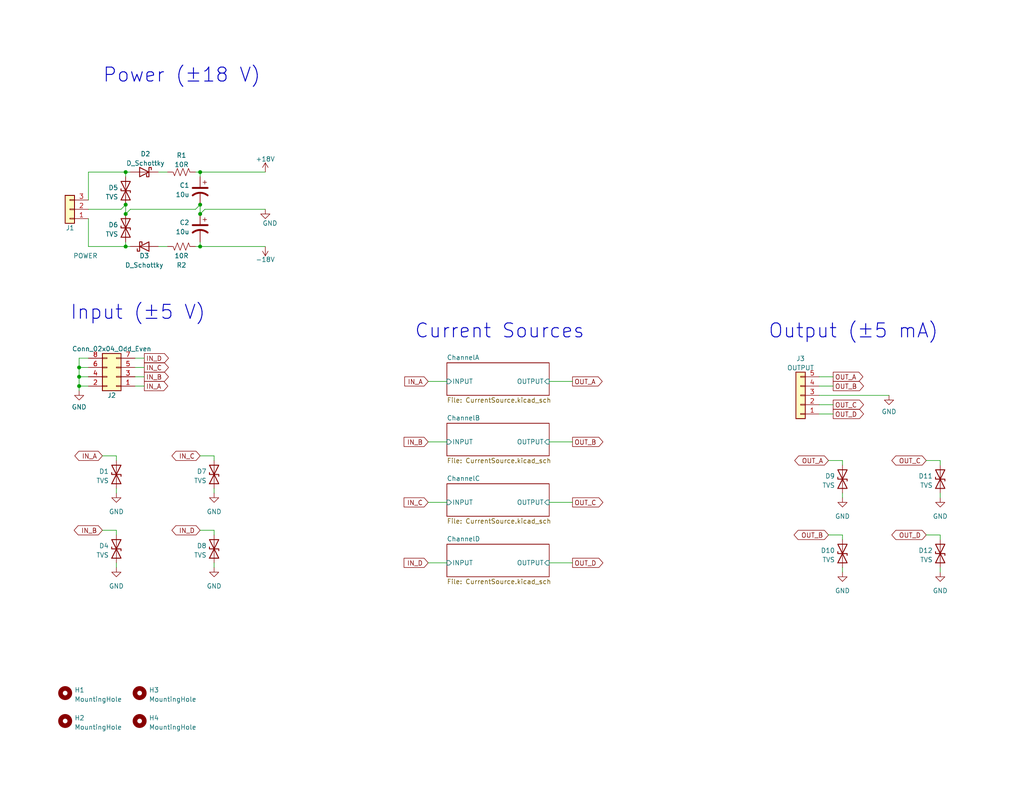
<source format=kicad_sch>
(kicad_sch (version 20211123) (generator eeschema)
  (paper "USLetter")
  (title_block (title "1 mA/V Quad VCCS") (date "2022-11-29") (rev "1") (company "MAGI"))
  (lib_symbols
    (symbol "Connector_Generic:Conn_01x03" (pin_names (offset 1.016) hide)
      (property "Reference" "J" (at 0 5.08 0))
      (property "Value" "Conn_01x03" (at 0 -5.08 0))
      (symbol "Conn_01x03_1_1"
        (rectangle (start -1.27 -2.413) (end 0 -2.667) (stroke (width 0.1524)))
        (rectangle (start -1.27 0.127) (end 0 -0.127) (stroke (width 0.1524)))
        (rectangle (start -1.27 2.667) (end 0 2.413) (stroke (width 0.1524)))
        (rectangle (start -1.27 3.81) (end 1.27 -3.81) (stroke (width 0.254)) (fill (type background)))
        (pin passive line (at -5.08 2.54 0) (length 3.81) (name "Pin_1") (number "1"))
        (pin passive line (at -5.08 0 0) (length 3.81) (name "Pin_2") (number "2"))
        (pin passive line (at -5.08 -2.54 0) (length 3.81) (name "Pin_3") (number "3"))
      )
    )
    (symbol "Connector_Generic:Conn_01x05" (pin_names (offset 1.016) hide)
      (property "Reference" "J" (at 0 7.62 0))
      (property "Value" "Conn_01x05" (at 0 -7.62 0))
      (symbol "Conn_01x05_1_1"
        (rectangle (start -1.27 -4.953) (end 0 -5.207) (stroke (width 0.1524)))
        (rectangle (start -1.27 -2.413) (end 0 -2.667) (stroke (width 0.1524)))
        (rectangle (start -1.27 0.127) (end 0 -0.127) (stroke (width 0.1524)))
        (rectangle (start -1.27 2.667) (end 0 2.413) (stroke (width 0.1524)))
        (rectangle (start -1.27 5.207) (end 0 4.953) (stroke (width 0.1524)))
        (rectangle (start -1.27 6.35) (end 1.27 -6.35) (stroke (width 0.254)) (fill (type background)))
        (pin passive line (at -5.08 5.08 0) (length 3.81) (name "Pin_1") (number "1"))
        (pin passive line (at -5.08 2.54 0) (length 3.81) (name "Pin_2") (number "2"))
        (pin passive line (at -5.08 0 0) (length 3.81) (name "Pin_3") (number "3"))
        (pin passive line (at -5.08 -2.54 0) (length 3.81) (name "Pin_4") (number "4"))
        (pin passive line (at -5.08 -5.08 0) (length 3.81) (name "Pin_5") (number "5"))
      )
    )
    (symbol "Connector_Generic:Conn_02x04_Odd_Even" (pin_names (offset 1.016) hide)
      (property "Reference" "J" (at 1.27 5.08 0))
      (property "Value" "Conn_02x04_Odd_Even" (at 1.27 -7.62 0))
      (symbol "Conn_02x04_Odd_Even_1_1"
        (rectangle (start -1.27 -4.953) (end 0 -5.207) (stroke (width 0.1524)))
        (rectangle (start -1.27 -2.413) (end 0 -2.667) (stroke (width 0.1524)))
        (rectangle (start -1.27 0.127) (end 0 -0.127) (stroke (width 0.1524)))
        (rectangle (start -1.27 2.667) (end 0 2.413) (stroke (width 0.1524)))
        (rectangle (start -1.27 3.81) (end 3.81 -6.35) (stroke (width 0.254)) (fill (type background)))
        (rectangle (start 3.81 -4.953) (end 2.54 -5.207) (stroke (width 0.1524)))
        (rectangle (start 3.81 -2.413) (end 2.54 -2.667) (stroke (width 0.1524)))
        (rectangle (start 3.81 0.127) (end 2.54 -0.127) (stroke (width 0.1524)))
        (rectangle (start 3.81 2.667) (end 2.54 2.413) (stroke (width 0.1524)))
        (pin passive line (at -5.08 2.54 0) (length 3.81) (name "Pin_1") (number "1"))
        (pin passive line (at 7.62 2.54 180) (length 3.81) (name "Pin_2") (number "2"))
        (pin passive line (at -5.08 0 0) (length 3.81) (name "Pin_3") (number "3"))
        (pin passive line (at 7.62 0 180) (length 3.81) (name "Pin_4") (number "4"))
        (pin passive line (at -5.08 -2.54 0) (length 3.81) (name "Pin_5") (number "5"))
        (pin passive line (at 7.62 -2.54 180) (length 3.81) (name "Pin_6") (number "6"))
        (pin passive line (at -5.08 -5.08 0) (length 3.81) (name "Pin_7") (number "7"))
        (pin passive line (at 7.62 -5.08 180) (length 3.81) (name "Pin_8") (number "8"))
      )
    )
    (symbol "Device:C_Polarized_US" (pin_numbers hide) (pin_names (offset 0.254) hide)
      (property "Reference" "C" (at 0.635 2.54 0))
      (property "Value" "C_Polarized_US" (at 0.635 -2.54 0))
      (symbol "C_Polarized_US_0_1"
        (polyline (pts (xy -2.032 0.762) (xy 2.032 0.762)) (stroke (width 0.508)))
        (polyline (pts (xy -1.778 2.286) (xy -0.762 2.286)))
        (polyline (pts (xy -1.27 1.778) (xy -1.27 2.794)))
        (arc (start 2.032 -1.27) (mid 0 -0.5572) (end -2.032 -1.27) (stroke (width 0.508)))
      )
      (symbol "C_Polarized_US_1_1"
        (pin passive line (at 0 3.81 270) (length 2.794) (name "~") (number "1"))
        (pin passive line (at 0 -3.81 90) (length 3.302) (name "~") (number "2"))
      )
    )
    (symbol "Device:D_Schottky" (pin_numbers hide) (pin_names (offset 1.016) hide)
      (property "Reference" "D" (at 0 2.54 0))
      (property "Value" "D_Schottky" (at 0 -2.54 0))
      (symbol "D_Schottky_0_1"
        (polyline (pts (xy 1.27 0) (xy -1.27 0)))
        (polyline (pts (xy 1.27 1.27) (xy 1.27 -1.27) (xy -1.27 0) (xy 1.27 1.27)) (stroke (width 0.254)))
        (polyline (pts (xy -1.905 0.635) (xy -1.905 1.27) (xy -1.27 1.27) (xy -1.27 -1.27) (xy -0.635 -1.27) (xy -0.635 -0.635)) (stroke (width 0.254)))
      )
      (symbol "D_Schottky_1_1"
        (pin passive line (at -3.81 0 0) (length 2.54) (name "K") (number "1"))
        (pin passive line (at 3.81 0 180) (length 2.54) (name "A") (number "2"))
      )
    )
    (symbol "Device:D_TVS" (pin_numbers hide) (pin_names (offset 1.016) hide)
      (property "Reference" "D" (at 0 2.54 0))
      (property "Value" "D_TVS" (at 0 -2.54 0))
      (symbol "D_TVS_0_1"
        (polyline (pts (xy 1.27 0) (xy -1.27 0)))
        (polyline (pts (xy 0.508 1.27) (xy 0 1.27) (xy 0 -1.27) (xy -0.508 -1.27)) (stroke (width 0.254)))
        (polyline (pts (xy -2.54 1.27) (xy -2.54 -1.27) (xy 2.54 1.27) (xy 2.54 -1.27) (xy -2.54 1.27)) (stroke (width 0.254)))
      )
      (symbol "D_TVS_1_1"
        (pin passive line (at -3.81 0 0) (length 2.54) (name "A1") (number "1"))
        (pin passive line (at 3.81 0 180) (length 2.54) (name "A2") (number "2"))
      )
    )
    (symbol "Device:R_US" (pin_numbers hide) (pin_names (offset 0))
      (property "Reference" "R" (at 2.54 0 90))
      (property "Value" "R_US" (at -2.54 0 90))
      (symbol "R_US_0_1"
        (polyline (pts (xy 0 -2.286) (xy 0 -2.54)))
        (polyline (pts (xy 0 2.286) (xy 0 2.54)))
        (polyline (pts (xy 0 -0.762) (xy 1.016 -1.143) (xy 0 -1.524) (xy -1.016 -1.905) (xy 0 -2.286)))
        (polyline (pts (xy 0 0.762) (xy 1.016 0.381) (xy 0 0) (xy -1.016 -0.381) (xy 0 -0.762)))
        (polyline (pts (xy 0 2.286) (xy 1.016 1.905) (xy 0 1.524) (xy -1.016 1.143) (xy 0 0.762)))
      )
      (symbol "R_US_1_1"
        (pin passive line (at 0 3.81 270) (length 1.27) (name "~") (number "1"))
        (pin passive line (at 0 -3.81 90) (length 1.27) (name "~") (number "2"))
      )
    )
    (symbol "Mechanical:MountingHole" (pin_names (offset 1.016))
      (property "Reference" "H" (at 0 5.08 0))
      (property "Value" "MountingHole" (at 0 3.175 0))
      (symbol "MountingHole_0_1"
        (circle (center 0 0) (radius 1.27) (stroke (width 1.27)))
      )
    )
    (symbol "power:GND" (power) (pin_names (offset 0))
      (property "Value" "GND" (at 0 -3.81 0))
      (symbol "GND_0_1"
        (polyline (pts (xy 0 0) (xy 0 -1.27) (xy 1.27 -1.27) (xy 0 -2.54) (xy -1.27 -1.27) (xy 0 -1.27)))
      )
      (symbol "GND_1_1"
        (pin power_in line (at 0 0 270) (length 0) hide (name "GND") (number "1"))
      )
    )
    (symbol "project_library:+18V" (power) (pin_names (offset 0))
      (property "Value" "+18V" (at 0 3.556 0))
      (symbol "+18V_0_1"
        (polyline (pts (xy -0.762 1.27) (xy 0 2.54)))
        (polyline (pts (xy 0 0) (xy 0 2.54)))
        (polyline (pts (xy 0 2.54) (xy 0.762 1.27)))
      )
      (symbol "+18V_1_1"
        (pin power_in line (at 0 0 90) (length 0) hide (name "+18V") (number "1"))
      )
    )
    (symbol "project_library:-18V" (power) (pin_names (offset 0))
      (property "Value" "-18V" (at 0 3.556 0))
      (symbol "-18V_0_1"
        (polyline (pts (xy -0.762 1.27) (xy 0 2.54)))
        (polyline (pts (xy 0 0) (xy 0 2.54)))
        (polyline (pts (xy 0 2.54) (xy 0.762 1.27)))
      )
      (symbol "-18V_1_1"
        (pin power_in line (at 0 0 90) (length 0) hide (name "-18V") (number "1"))
      )
    )
  )
  (junction (at 54.61 67.31))
  (junction (at 54.61 58.42))
  (junction (at 34.29 58.42))
  (junction (at 21.59 100.33))
  (junction (at 21.59 102.87))
  (junction (at 54.61 55.88))
  (junction (at 34.29 46.99))
  (junction (at 21.59 105.41))
  (junction (at 34.29 67.31))
  (junction (at 34.29 55.88))
  (junction (at 54.61 46.99))
  (wire (pts (xy 24.13 59.69) (xy 24.13 67.31)))
  (wire (pts (xy 229.87 135.89) (xy 229.87 134.62)))
  (wire (pts (xy 58.42 154.94) (xy 58.42 153.67)))
  (wire (pts (xy 223.52 110.49) (xy 227.33 110.49)))
  (wire (pts (xy 223.52 113.03) (xy 227.33 113.03)))
  (wire (pts (xy 21.59 105.41) (xy 21.59 106.68)))
  (wire (pts (xy 116.84 120.65) (xy 121.92 120.65)))
  (wire (pts (xy 53.34 67.31) (xy 54.61 67.31)))
  (wire (pts (xy 43.18 46.99) (xy 45.72 46.99)))
  (wire (pts (xy 54.61 144.78) (xy 58.42 144.78)))
  (wire (pts (xy 256.54 125.73) (xy 256.54 127)))
  (wire (pts (xy 55.88 57.15) (xy 72.39 57.15)))
  (wire (pts (xy 34.29 66.04) (xy 34.29 67.31)))
  (wire (pts (xy 24.13 102.87) (xy 21.59 102.87)))
  (wire (pts (xy 54.61 55.88) (xy 54.61 58.42)))
  (wire (pts (xy 34.29 46.99) (xy 34.29 48.26)))
  (wire (pts (xy 116.84 137.16) (xy 121.92 137.16)))
  (wire (pts (xy 223.52 107.95) (xy 242.57 107.95)))
  (wire (pts (xy 149.86 137.16) (xy 156.21 137.16)))
  (wire (pts (xy 35.56 57.15) (xy 53.34 57.15)))
  (wire (pts (xy 226.06 125.73) (xy 229.87 125.73)))
  (wire (pts (xy 31.75 134.62) (xy 31.75 133.35)))
  (wire (pts (xy 36.83 97.79) (xy 39.37 97.79)))
  (wire (pts (xy 21.59 100.33) (xy 21.59 102.87)))
  (wire (pts (xy 223.52 105.41) (xy 227.33 105.41)))
  (wire (pts (xy 223.52 102.87) (xy 227.33 102.87)))
  (wire (pts (xy 43.18 67.31) (xy 45.72 67.31)))
  (wire (pts (xy 35.56 46.99) (xy 34.29 46.99)))
  (wire (pts (xy 24.13 67.31) (xy 34.29 67.31)))
  (wire (pts (xy 24.13 100.33) (xy 21.59 100.33)))
  (wire (pts (xy 54.61 67.31) (xy 54.61 66.04)))
  (wire (pts (xy 229.87 156.21) (xy 229.87 154.94)))
  (wire (pts (xy 252.73 146.05) (xy 256.54 146.05)))
  (wire (pts (xy 229.87 125.73) (xy 229.87 127)))
  (wire (pts (xy 149.86 120.65) (xy 156.21 120.65)))
  (wire (pts (xy 39.37 105.41) (xy 36.83 105.41)))
  (wire (pts (xy 31.75 144.78) (xy 31.75 146.05)))
  (wire (pts (xy 27.94 124.46) (xy 31.75 124.46)))
  (wire (pts (xy 24.13 105.41) (xy 21.59 105.41)))
  (wire (pts (xy 33.02 57.15) (xy 34.29 55.88)))
  (wire (pts (xy 24.13 57.15) (xy 33.02 57.15)))
  (wire (pts (xy 58.42 144.78) (xy 58.42 146.05)))
  (wire (pts (xy 24.13 46.99) (xy 34.29 46.99)))
  (wire (pts (xy 36.83 102.87) (xy 39.37 102.87)))
  (wire (pts (xy 27.94 144.78) (xy 31.75 144.78)))
  (wire (pts (xy 149.86 153.67) (xy 156.21 153.67)))
  (wire (pts (xy 229.87 146.05) (xy 229.87 147.32)))
  (wire (pts (xy 35.56 67.31) (xy 34.29 67.31)))
  (wire (pts (xy 116.84 104.14) (xy 121.92 104.14)))
  (wire (pts (xy 256.54 156.21) (xy 256.54 154.94)))
  (wire (pts (xy 24.13 54.61) (xy 24.13 46.99)))
  (wire (pts (xy 54.61 58.42) (xy 55.88 57.15)))
  (wire (pts (xy 53.34 57.15) (xy 54.61 55.88)))
  (wire (pts (xy 54.61 46.99) (xy 54.61 48.26)))
  (wire (pts (xy 34.29 58.42) (xy 35.56 57.15)))
  (wire (pts (xy 256.54 146.05) (xy 256.54 147.32)))
  (wire (pts (xy 226.06 146.05) (xy 229.87 146.05)))
  (wire (pts (xy 31.75 124.46) (xy 31.75 125.73)))
  (wire (pts (xy 21.59 97.79) (xy 21.59 100.33)))
  (wire (pts (xy 72.39 46.99) (xy 54.61 46.99)))
  (wire (pts (xy 72.39 67.31) (xy 54.61 67.31)))
  (wire (pts (xy 256.54 135.89) (xy 256.54 134.62)))
  (wire (pts (xy 21.59 102.87) (xy 21.59 105.41)))
  (wire (pts (xy 31.75 154.94) (xy 31.75 153.67)))
  (wire (pts (xy 54.61 124.46) (xy 58.42 124.46)))
  (wire (pts (xy 53.34 46.99) (xy 54.61 46.99)))
  (wire (pts (xy 34.29 55.88) (xy 34.29 58.42)))
  (wire (pts (xy 116.84 153.67) (xy 121.92 153.67)))
  (wire (pts (xy 39.37 100.33) (xy 36.83 100.33)))
  (wire (pts (xy 252.73 125.73) (xy 256.54 125.73)))
  (wire (pts (xy 58.42 124.46) (xy 58.42 125.73)))
  (wire (pts (xy 58.42 134.62) (xy 58.42 133.35)))
  (wire (pts (xy 24.13 97.79) (xy 21.59 97.79)))
  (wire (pts (xy 149.86 104.14) (xy 156.21 104.14)))
  (text "Output (±5 mA)" (at 209.55 92.71 0) (effects (font (size 3.81 3.81) (thickness 0.254) bold) (justify left bottom)))
  (text "Input (±5 V)" (at 19.05 87.63 0) (effects (font (size 3.81 3.81) (thickness 0.254) bold) (justify left bottom)))
  (text "Current Sources" (at 113.03 92.71 0) (effects (font (size 3.81 3.81) (thickness 0.254) bold) (justify left bottom)))
  (text "Power (±18 V)" (at 27.94 22.86 0) (effects (font (size 3.81 3.81) (thickness 0.254) bold) (justify left bottom)))
  (global_label "IN_B" (shape output) (at 39.37 102.87 0) (property "Intersheet References" "${INTERSHEET_REFS}" (effects hide)))
  (global_label "OUT_B" (shape output) (at 156.21 120.65 0) (property "Intersheet References" "${INTERSHEET_REFS}" (effects hide)))
  (global_label "IN_C" (shape bidirectional) (at 54.61 124.46 180) (property "Intersheet References" "${INTERSHEET_REFS}" (effects hide)))
  (global_label "IN_C" (shape input) (at 116.84 137.16 180) (property "Intersheet References" "${INTERSHEET_REFS}" (effects hide)))
  (global_label "IN_D" (shape bidirectional) (at 54.61 144.78 180) (property "Intersheet References" "${INTERSHEET_REFS}" (effects hide)))
  (global_label "OUT_C" (shape bidirectional) (at 252.73 125.73 180) (property "Intersheet References" "${INTERSHEET_REFS}" (effects hide)))
  (global_label "IN_D" (shape input) (at 116.84 153.67 180) (property "Intersheet References" "${INTERSHEET_REFS}" (effects hide)))
  (global_label "OUT_C" (shape output) (at 227.33 110.49 0) (property "Intersheet References" "${INTERSHEET_REFS}" (effects hide)))
  (global_label "IN_B" (shape bidirectional) (at 27.94 144.78 180) (property "Intersheet References" "${INTERSHEET_REFS}" (effects hide)))
  (global_label "IN_C" (shape output) (at 39.37 100.33 0) (property "Intersheet References" "${INTERSHEET_REFS}" (effects hide)))
  (global_label "OUT_A" (shape output) (at 156.21 104.14 0) (property "Intersheet References" "${INTERSHEET_REFS}" (effects hide)))
  (global_label "OUT_B" (shape bidirectional) (at 226.06 146.05 180) (property "Intersheet References" "${INTERSHEET_REFS}" (effects hide)))
  (global_label "IN_A" (shape input) (at 116.84 104.14 180) (property "Intersheet References" "${INTERSHEET_REFS}" (effects hide)))
  (global_label "IN_A" (shape bidirectional) (at 27.94 124.46 180) (property "Intersheet References" "${INTERSHEET_REFS}" (effects hide)))
  (global_label "OUT_D" (shape output) (at 227.33 113.03 0) (property "Intersheet References" "${INTERSHEET_REFS}" (effects hide)))
  (global_label "OUT_A" (shape bidirectional) (at 226.06 125.73 180) (property "Intersheet References" "${INTERSHEET_REFS}" (effects hide)))
  (global_label "OUT_C" (shape output) (at 156.21 137.16 0) (property "Intersheet References" "${INTERSHEET_REFS}" (effects hide)))
  (global_label "IN_A" (shape output) (at 39.37 105.41 0) (property "Intersheet References" "${INTERSHEET_REFS}" (effects hide)))
  (global_label "IN_D" (shape output) (at 39.37 97.79 0) (property "Intersheet References" "${INTERSHEET_REFS}" (effects hide)))
  (global_label "OUT_D" (shape output) (at 156.21 153.67 0) (property "Intersheet References" "${INTERSHEET_REFS}" (effects hide)))
  (global_label "OUT_D" (shape bidirectional) (at 252.73 146.05 180) (property "Intersheet References" "${INTERSHEET_REFS}" (effects hide)))
  (global_label "OUT_A" (shape output) (at 227.33 102.87 0) (property "Intersheet References" "${INTERSHEET_REFS}" (effects hide)))
  (global_label "IN_B" (shape input) (at 116.84 120.65 180) (property "Intersheet References" "${INTERSHEET_REFS}" (effects hide)))
  (global_label "OUT_B" (shape output) (at 227.33 105.41 0) (property "Intersheet References" "${INTERSHEET_REFS}" (effects hide)))
  (symbol (lib_id "Device:D_TVS") (at 256.54 151.13 90) (unit 1)
    (property "Reference" "D12" (at 254.5081 150.2953 90) (effects (justify left)))
    (property "Value" "TVS" (at 254.5081 152.8322 90) (effects (justify left)))
    (property "Footprint" "Diode_SMD:D_SOD-123" (effects hide))
    (property "PN" "SMF18CA" (effects hide))
  )
  (symbol (lib_id "power:GND") (at 256.54 135.89 0) (unit 1)
    (property "Reference" "#PWR011" (effects hide))
    (property "Value" "GND" (at 256.54 140.97 0))
  )
  (symbol (lib_id "Device:D_TVS") (at 31.75 129.54 90) (unit 1)
    (property "Reference" "D1" (at 29.7181 128.7053 90) (effects (justify left)))
    (property "Value" "TVS" (at 29.7181 131.2422 90) (effects (justify left)))
    (property "Footprint" "Diode_SMD:D_SOD-123" (effects hide))
    (property "PN" "SMF18CA" (effects hide))
  )
  (symbol (lib_id "Device:D_TVS") (at 256.54 130.81 90) (unit 1)
    (property "Reference" "D11" (at 254.5081 129.9753 90) (effects (justify left)))
    (property "Value" "TVS" (at 254.5081 132.5122 90) (effects (justify left)))
    (property "Footprint" "Diode_SMD:D_SOD-123" (effects hide))
    (property "PN" "SMF18CA" (effects hide))
  )
  (symbol (lib_id "power:GND") (at 31.75 154.94 0) (unit 1)
    (property "Reference" "#PWR06" (effects hide))
    (property "Value" "GND" (at 31.75 160.02 0))
  )
  (symbol (lib_id "Mechanical:MountingHole") (at 17.78 196.85 0) (unit 1)
    (property "Reference" "H2" (at 20.32 196.0153 0) (effects (justify left)))
    (property "Value" "MountingHole" (at 20.32 198.5522 0) (effects (justify left)))
    (property "Footprint" "MountingHole:MountingHole_3.2mm_M3_ISO7380" (effects hide))
  )
  (symbol (lib_id "power:GND") (at 72.39 57.15 0) (mirror y) (unit 1)
    (property "Reference" "#PWR04" (effects hide))
    (property "Value" "GND" (at 73.66 60.96 0))
  )
  (symbol (lib_id "Connector_Generic:Conn_01x05") (at 218.44 107.95 180) (unit 1)
    (property "Reference" "J3" (at 218.44 97.9002 0))
    (property "Value" "OUTPUT" (at 218.44 100.4371 0))
    (property "Footprint" "Connector_PinHeader_2.54mm:PinHeader_1x05_P2.54mm_Horizontal" (effects hide))
  )
  (symbol (lib_id "power:GND") (at 58.42 134.62 0) (unit 1)
    (property "Reference" "#PWR07" (effects hide))
    (property "Value" "GND" (at 58.42 139.7 0))
  )
  (symbol (lib_id "Connector_Generic:Conn_01x03") (at 19.05 57.15 180) (unit 1)
    (property "Reference" "J1" (at 20.32 62.23 0) (effects (justify left)))
    (property "Value" "POWER" (at 26.67 69.85 0) (effects (justify left)))
    (property "Footprint" "Connector_PinHeader_2.54mm:PinHeader_1x03_P2.54mm_Horizontal" (effects hide))
  )
  (symbol (lib_id "Mechanical:MountingHole") (at 38.1 196.85 0) (unit 1)
    (property "Reference" "H4" (at 40.64 196.0153 0) (effects (justify left)))
    (property "Value" "MountingHole" (at 40.64 198.5522 0) (effects (justify left)))
    (property "Footprint" "MountingHole:MountingHole_3.2mm_M3_ISO7380" (effects hide))
  )
  (symbol (lib_id "Device:C_Polarized_US") (at 54.61 62.23 0) (mirror y) (unit 1)
    (property "Reference" "C2" (at 51.689 60.7603 0) (effects (justify left)))
    (property "Value" "10u" (at 51.689 63.2972 0) (effects (justify left)))
    (property "Footprint" "Capacitor_SMD:CP_Elec_6.3x5.9" (effects hide))
    (property "PN" "50SVPF10M" (effects hide))
  )
  (symbol (lib_id "Device:D_TVS") (at 58.42 149.86 90) (unit 1)
    (property "Reference" "D8" (at 56.3881 149.0253 90) (effects (justify left)))
    (property "Value" "TVS" (at 56.3881 151.5622 90) (effects (justify left)))
    (property "Footprint" "Diode_SMD:D_SOD-123" (effects hide))
    (property "PN" "SMF18CA" (effects hide))
  )
  (symbol (lib_id "Mechanical:MountingHole") (at 38.1 189.23 0) (unit 1)
    (property "Reference" "H3" (at 40.64 188.3953 0) (effects (justify left)))
    (property "Value" "MountingHole" (at 40.64 190.9322 0) (effects (justify left)))
    (property "Footprint" "MountingHole:MountingHole_3.2mm_M3_ISO7380" (effects hide))
  )
  (symbol (lib_id "power:GND") (at 31.75 134.62 0) (unit 1)
    (property "Reference" "#PWR02" (effects hide))
    (property "Value" "GND" (at 31.75 139.7 0))
  )
  (symbol (lib_id "power:GND") (at 242.57 107.95 0) (unit 1)
    (property "Reference" "#PWR043" (effects hide))
    (property "Value" "GND" (at 242.57 112.3934 0))
  )
  (symbol (lib_id "Device:R_US") (at 49.53 67.31 270) (mirror x) (unit 1)
    (property "Reference" "R2" (at 49.53 72.39 90))
    (property "Value" "10R" (at 49.53 69.85 90))
    (property "Footprint" "Library:wirewound_inrush_fp" (effects hide))
    (property "PN" "SMW310RJT" (effects hide))
  )
  (symbol (lib_id "Mechanical:MountingHole") (at 17.78 189.23 0) (unit 1)
    (property "Reference" "H1" (at 20.32 188.3953 0) (effects (justify left)))
    (property "Value" "MountingHole" (at 20.32 190.9322 0) (effects (justify left)))
    (property "Footprint" "MountingHole:MountingHole_3.2mm_M3_ISO7380" (effects hide))
  )
  (symbol (lib_id "Device:D_TVS") (at 31.75 149.86 90) (unit 1)
    (property "Reference" "D4" (at 29.7181 149.0253 90) (effects (justify left)))
    (property "Value" "TVS" (at 29.7181 151.5622 90) (effects (justify left)))
    (property "Footprint" "Diode_SMD:D_SOD-123" (effects hide))
    (property "PN" "SMF18CA" (effects hide))
  )
  (symbol (lib_id "Device:R_US") (at 49.53 46.99 270) (mirror x) (unit 1)
    (property "Reference" "R1" (at 49.53 42.4012 90))
    (property "Value" "10R" (at 49.53 44.9381 90))
    (property "Footprint" "Library:wirewound_inrush_fp" (effects hide))
    (property "PN" "SMW310RJT" (effects hide))
  )
  (symbol (lib_id "Device:D_TVS") (at 34.29 52.07 90) (unit 1)
    (property "Reference" "D5" (at 32.2581 51.2353 90) (effects (justify left)))
    (property "Value" "TVS" (at 32.2581 53.7722 90) (effects (justify left)))
    (property "Footprint" "Diode_SMD:D_SOD-123" (effects hide))
    (property "PN" "SMF18CA" (effects hide))
  )
  (symbol (lib_id "Device:D_TVS") (at 229.87 130.81 90) (unit 1)
    (property "Reference" "D9" (at 227.8381 129.9753 90) (effects (justify left)))
    (property "Value" "TVS" (at 227.8381 132.5122 90) (effects (justify left)))
    (property "Footprint" "Diode_SMD:D_SOD-123" (effects hide))
    (property "PN" "SMF18CA" (effects hide))
  )
  (symbol (lib_id "Connector_Generic:Conn_02x04_Odd_Even") (at 31.75 102.87 180) (unit 1)
    (property "Reference" "J2" (at 30.48 107.95 0))
    (property "Value" "Conn_02x04_Odd_Even" (at 30.48 95.25 0))
    (property "Footprint" "Connector_PinHeader_2.54mm:PinHeader_2x04_P2.54mm_Horizontal" (effects hide))
  )
  (symbol (lib_id "Device:C_Polarized_US") (at 54.61 52.07 0) (mirror y) (unit 1)
    (property "Reference" "C1" (at 51.689 50.6003 0) (effects (justify left)))
    (property "Value" "10u" (at 51.689 53.1372 0) (effects (justify left)))
    (property "Footprint" "Capacitor_SMD:CP_Elec_6.3x5.9" (effects hide))
    (property "PN" "50SVPF10M" (effects hide))
  )
  (symbol (lib_id "project_library:-18V") (at 72.39 67.31 0) (mirror x) (unit 1)
    (property "Reference" "#PWR0102" (effects hide))
    (property "Value" "-18V" (at 72.39 70.866 0))
  )
  (symbol (lib_id "power:GND") (at 21.59 106.68 0) (unit 1)
    (property "Reference" "#PWR01" (effects hide))
    (property "Value" "GND" (at 21.59 111.1234 0))
  )
  (symbol (lib_id "power:GND") (at 58.42 154.94 0) (unit 1)
    (property "Reference" "#PWR08" (effects hide))
    (property "Value" "GND" (at 58.42 160.02 0))
  )
  (symbol (lib_id "Device:D_TVS") (at 34.29 62.23 90) (unit 1)
    (property "Reference" "D6" (at 32.2581 61.3953 90) (effects (justify left)))
    (property "Value" "TVS" (at 32.2581 63.9322 90) (effects (justify left)))
    (property "Footprint" "Diode_SMD:D_SOD-123" (effects hide))
    (property "PN" "SMF18CA" (effects hide))
  )
  (symbol (lib_id "Device:D_TVS") (at 229.87 151.13 90) (unit 1)
    (property "Reference" "D10" (at 227.8381 150.2953 90) (effects (justify left)))
    (property "Value" "TVS" (at 227.8381 152.8322 90) (effects (justify left)))
    (property "Footprint" "Diode_SMD:D_SOD-123" (effects hide))
    (property "PN" "SMF18CA" (effects hide))
  )
  (symbol (lib_id "project_library:+18V") (at 72.39 46.99 0) (mirror y) (unit 1)
    (property "Reference" "#PWR0101" (effects hide))
    (property "Value" "+18V" (at 72.39 43.434 0))
  )
  (symbol (lib_id "Device:D_Schottky") (at 39.37 46.99 0) (mirror y) (unit 1)
    (property "Reference" "D2" (at 39.6875 42.0202 0))
    (property "Value" "D_Schottky" (at 39.6875 44.5571 0))
    (property "Footprint" "Diode_SMD:D_SOD-923" (effects hide))
    (property "PN" " ACDBQC0130L-HF " (effects hide))
  )
  (symbol (lib_id "power:GND") (at 229.87 135.89 0) (unit 1)
    (property "Reference" "#PWR09" (effects hide))
    (property "Value" "GND" (at 229.87 140.97 0))
  )
  (symbol (lib_id "Device:D_TVS") (at 58.42 129.54 90) (unit 1)
    (property "Reference" "D7" (at 56.3881 128.7053 90) (effects (justify left)))
    (property "Value" "TVS" (at 56.3881 131.2422 90) (effects (justify left)))
    (property "Footprint" "Diode_SMD:D_SOD-123" (effects hide))
    (property "PN" "SMF18CA" (effects hide))
  )
  (symbol (lib_id "power:GND") (at 229.87 156.21 0) (unit 1)
    (property "Reference" "#PWR010" (effects hide))
    (property "Value" "GND" (at 229.87 161.29 0))
  )
  (symbol (lib_id "power:GND") (at 256.54 156.21 0) (unit 1)
    (property "Reference" "#PWR012" (effects hide))
    (property "Value" "GND" (at 256.54 161.29 0))
  )
  (symbol (lib_id "Device:D_Schottky") (at 39.37 67.31 0) (mirror x) (unit 1)
    (property "Reference" "D3" (at 39.37 69.85 0))
    (property "Value" "D_Schottky" (at 39.37 72.39 0))
    (property "Footprint" "Diode_SMD:D_SOD-923" (effects hide))
    (property "PN" " ACDBQC0130L-HF" (effects hide))
  )
  (sheet (at 121.92 115.57) (size 27.94 8.89) (stroke (width 0.1524))
    (property "Sheet name" "ChannelB" (at 121.92 114.8584 0) (effects (justify left bottom)))
    (property "Sheet file" "CurrentSource.kicad_sch" (at 121.92 125.0446 0) (effects (justify left top)))
    (pin "OUTPUT" input (at 149.86 120.65 0))
    (pin "INPUT" input (at 121.92 120.65 180))
  )
  (sheet (at 121.92 132.08) (size 27.94 8.89) (stroke (width 0.1524))
    (property "Sheet name" "ChannelC" (at 121.92 131.3684 0) (effects (justify left bottom)))
    (property "Sheet file" "CurrentSource.kicad_sch" (at 121.92 141.5546 0) (effects (justify left top)))
    (pin "OUTPUT" input (at 149.86 137.16 0))
    (pin "INPUT" input (at 121.92 137.16 180))
  )
  (sheet (at 121.92 148.59) (size 27.94 8.89) (stroke (width 0.1524))
    (property "Sheet name" "ChannelD" (at 121.92 147.8784 0) (effects (justify left bottom)))
    (property "Sheet file" "CurrentSource.kicad_sch" (at 121.92 158.0646 0) (effects (justify left top)))
    (pin "OUTPUT" input (at 149.86 153.67 0))
    (pin "INPUT" input (at 121.92 153.67 180))
  )
  (sheet (at 121.92 99.06) (size 27.94 8.89) (stroke (width 0.1524))
    (property "Sheet name" "ChannelA" (at 121.92 98.3484 0) (effects (justify left bottom)))
    (property "Sheet file" "CurrentSource.kicad_sch" (at 121.92 108.5346 0) (effects (justify left top)))
    (pin "OUTPUT" input (at 149.86 104.14 0))
    (pin "INPUT" input (at 121.92 104.14 180))
  )
)
</source>
